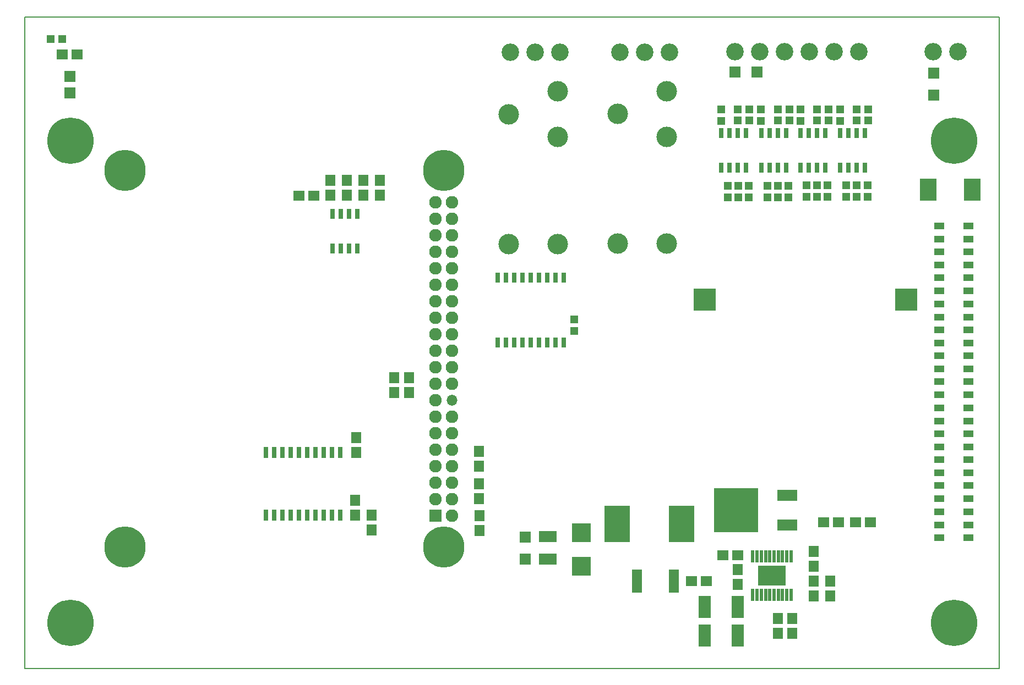
<source format=gbr>
%FSLAX23Y23*%
%MOIN*%
G04 EasyPC Gerber Version 17.0 Build 3379 *
%ADD151O,0.06600X0.06600*%
%ADD150O,0.07600X0.07600*%
%ADD159R,0.02254X0.07588*%
%ADD156R,0.03100X0.07100*%
%ADD158R,0.03159X0.05915*%
%ADD104R,0.03159X0.06112*%
%ADD117R,0.04537X0.04891*%
%ADD103R,0.06100X0.06600*%
%ADD164R,0.06100X0.14100*%
%ADD161R,0.07600X0.13200*%
%ADD168R,0.10443X0.13592*%
%ADD165R,0.11506X0.11506*%
%ADD170R,0.13600X0.13600*%
%ADD166R,0.15757X0.22254*%
%ADD154R,0.06600X0.06600*%
%ADD155R,0.06900X0.06900*%
%ADD152R,0.07600X0.07600*%
%ADD22C,0.00500*%
%ADD76R,0.06112X0.04104*%
%ADD169R,0.04891X0.04537*%
%ADD106R,0.06600X0.06100*%
%ADD163R,0.12411X0.06899*%
%ADD167R,0.10800X0.06900*%
%ADD160R,0.17135X0.12411*%
%ADD77C,0.10600*%
%ADD157C,0.12411*%
%ADD153C,0.25009*%
%ADD75C,0.28100*%
%ADD162R,0.26978X0.26978*%
X0Y0D02*
D02*
D22*
X4Y3D02*
X5904D01*
Y3953*
X4*
Y3*
D02*
D75*
X279Y278D03*
Y3203D03*
X5629Y278D03*
Y3203D03*
D02*
D76*
X5540Y795D03*
Y873D03*
Y952D03*
Y1031D03*
Y1110D03*
Y1188D03*
Y1267D03*
Y1346D03*
Y1425D03*
Y1503D03*
Y1582D03*
Y1661D03*
Y1740D03*
Y1818D03*
Y1897D03*
Y1976D03*
Y2055D03*
Y2133D03*
Y2212D03*
Y2291D03*
Y2370D03*
Y2448D03*
Y2527D03*
Y2606D03*
Y2685D03*
X5718Y795D03*
Y873D03*
Y952D03*
Y1031D03*
Y1110D03*
Y1188D03*
Y1267D03*
Y1346D03*
Y1425D03*
Y1503D03*
Y1582D03*
Y1661D03*
Y1740D03*
Y1818D03*
Y1897D03*
Y1976D03*
Y2055D03*
Y2133D03*
Y2212D03*
Y2291D03*
Y2370D03*
Y2448D03*
Y2527D03*
Y2606D03*
Y2685D03*
D02*
D77*
X2943Y3738D03*
X3093D03*
X3243D03*
X3606Y3739D03*
X3756D03*
X3906D03*
X4304Y3740D03*
X4454D03*
X4604D03*
X4754D03*
X4904D03*
X5054D03*
X5504D03*
X5654D03*
D02*
D103*
X1854Y2870D03*
Y2960D03*
X1954Y2870D03*
Y2960D03*
X2003Y930D03*
Y1020D03*
X2012Y1313D03*
Y1403D03*
X2054Y2870D03*
Y2960D03*
X2103Y842D03*
Y932D03*
X2154Y2870D03*
Y2960D03*
X2239Y1676D03*
Y1766D03*
X2331Y1675D03*
Y1765D03*
X2754Y1032D03*
Y1122D03*
Y1228D03*
Y1318D03*
X2756Y839D03*
Y929D03*
X4321Y510D03*
Y600D03*
X4563Y215D03*
Y305D03*
X4650Y215D03*
Y305D03*
X4780Y442D03*
Y532D03*
Y622D03*
Y712D03*
X4880Y442D03*
Y532D03*
D02*
D104*
X1866Y2548D03*
Y2757D03*
X1916Y2548D03*
Y2757D03*
X1966Y2548D03*
Y2757D03*
X2016Y2548D03*
Y2757D03*
X4222Y3038D03*
Y3247D03*
X4272Y3038D03*
Y3247D03*
X4322Y3038D03*
Y3247D03*
X4372Y3038D03*
Y3247D03*
X4463Y3038D03*
Y3247D03*
X4513Y3038D03*
Y3247D03*
X4563Y3038D03*
Y3247D03*
X4613Y3038D03*
Y3247D03*
X4702Y3038D03*
Y3247D03*
X4752Y3038D03*
Y3247D03*
X4802Y3038D03*
Y3247D03*
X4852Y3038D03*
Y3247D03*
X4942Y3038D03*
Y3247D03*
X4992Y3038D03*
Y3247D03*
X5042Y3038D03*
Y3247D03*
X5092Y3038D03*
Y3247D03*
D02*
D106*
X232Y3725D03*
X322D03*
X1665Y2868D03*
X1755D03*
X4040Y533D03*
X4130D03*
X4230Y687D03*
X4320D03*
X4842Y889D03*
X4932D03*
X5034Y889D03*
X5124D03*
D02*
D117*
X3329Y2049D03*
Y2119D03*
X4221Y3321D03*
Y3391D03*
X4260Y2858D03*
Y2928D03*
X4323Y2858D03*
Y2928D03*
X4386Y2858D03*
Y2928D03*
X4460Y3321D03*
Y3391D03*
X4500Y2858D03*
Y2928D03*
X4564Y2858D03*
Y2928D03*
X4628Y2858D03*
Y2928D03*
X4701Y3321D03*
Y3391D03*
X4736Y2862D03*
Y2932D03*
X4801Y2862D03*
Y2932D03*
X4865Y2862D03*
Y2932D03*
X4942Y3321D03*
Y3391D03*
X4976Y2863D03*
Y2933D03*
X5042Y2863D03*
Y2933D03*
X5108Y2863D03*
Y2933D03*
D02*
D150*
X2491Y1028D03*
Y1128D03*
Y1228D03*
Y1328D03*
Y1428D03*
Y1528D03*
Y1628D03*
Y1728D03*
Y1828D03*
Y1928D03*
Y2028D03*
Y2128D03*
Y2228D03*
Y2328D03*
Y2428D03*
Y2528D03*
Y2628D03*
Y2728D03*
Y2828D03*
X2591Y928D03*
Y1028D03*
Y1128D03*
Y1228D03*
Y1328D03*
Y1428D03*
Y1528D03*
Y1728D03*
Y1828D03*
Y1928D03*
Y2028D03*
Y2128D03*
Y2228D03*
Y2328D03*
Y2428D03*
Y2528D03*
Y2628D03*
Y2728D03*
Y2828D03*
D02*
D151*
Y1628D03*
D02*
D152*
X2491Y928D03*
D02*
D153*
X612Y737D03*
Y3020D03*
X2542Y737D03*
Y3020D03*
D02*
D154*
X278Y3493D03*
Y3593D03*
D02*
D155*
X3034Y664D03*
Y798D03*
X4304Y3617D03*
X4438D03*
X5506Y3477D03*
Y3611D03*
D02*
D156*
X1465Y931D03*
Y1312D03*
X1515Y931D03*
Y1312D03*
X1565Y931D03*
Y1312D03*
X1615Y931D03*
Y1312D03*
X1665Y931D03*
Y1312D03*
X1715Y931D03*
Y1312D03*
X1765Y931D03*
Y1312D03*
X1815Y931D03*
Y1312D03*
X1865Y931D03*
Y1312D03*
X1915Y931D03*
Y1312D03*
D02*
D157*
X2935Y2575D03*
Y3363D03*
X3230Y2575D03*
Y3225D03*
Y3500D03*
X3595Y2577D03*
Y3364D03*
X3891Y2577D03*
Y3226D03*
Y3502D03*
D02*
D158*
X2866Y1978D03*
Y2373D03*
X2916Y1978D03*
Y2373D03*
X2966Y1978D03*
Y2373D03*
X3016Y1978D03*
Y2373D03*
X3066Y1978D03*
Y2373D03*
X3116Y1978D03*
Y2373D03*
X3166Y1978D03*
Y2373D03*
X3216Y1978D03*
Y2373D03*
X3266Y1978D03*
Y2373D03*
D02*
D159*
X4412Y449D03*
Y683D03*
X4438Y449D03*
Y683D03*
X4464Y449D03*
Y683D03*
X4489Y449D03*
Y683D03*
X4515Y449D03*
Y683D03*
X4540Y449D03*
Y683D03*
X4566Y449D03*
Y683D03*
X4592Y449D03*
Y683D03*
X4617Y449D03*
Y683D03*
X4643Y449D03*
Y683D03*
D02*
D160*
X4528Y566D03*
D02*
D161*
X4121Y201D03*
Y376D03*
X4321Y201D03*
Y376D03*
D02*
D162*
X4312Y962D03*
D02*
D163*
X4621Y871D03*
Y1052D03*
D02*
D164*
X3710Y533D03*
X3935D03*
D02*
D165*
X3373Y623D03*
Y825D03*
D02*
D166*
X3589Y879D03*
X3981D03*
D02*
D167*
X3170Y666D03*
Y800D03*
D02*
D168*
X5474Y2904D03*
X5742D03*
D02*
D169*
X162Y3819D03*
X232D03*
X4322Y3324D03*
Y3391D03*
X4392Y3324D03*
Y3391D03*
X4563Y3324D03*
Y3391D03*
X4633Y3324D03*
Y3391D03*
X4802Y3324D03*
Y3391D03*
X4872Y3324D03*
Y3391D03*
X5042Y3324D03*
Y3391D03*
X5112Y3324D03*
Y3391D03*
D02*
D170*
X4121Y2238D03*
X5341D03*
X0Y0D02*
M02*

</source>
